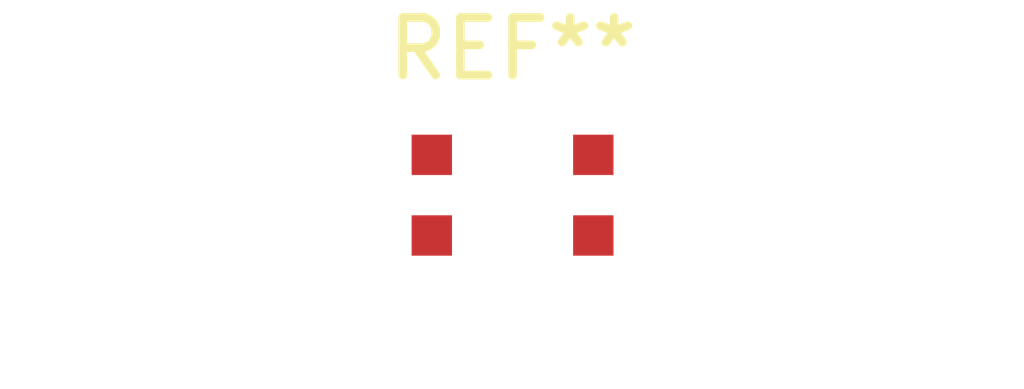
<source format=kicad_pcb>
(kicad_pcb (version 4) (host pcbnew 4.0.2-stable)

  (general
    (links 0)
    (no_connects 0)
    (area 0 0 0 0)
    (thickness 1.6)
    (drawings 0)
    (tracks 0)
    (zones 0)
    (modules 1)
    (nets 1)
  )

  (page A4)
  (layers
    (0 F.Cu signal)
    (31 B.Cu signal)
    (32 B.Adhes user)
    (33 F.Adhes user)
    (34 B.Paste user)
    (35 F.Paste user)
    (36 B.SilkS user)
    (37 F.SilkS user)
    (38 B.Mask user)
    (39 F.Mask user)
    (40 Dwgs.User user)
    (41 Cmts.User user)
    (42 Eco1.User user)
    (43 Eco2.User user)
    (44 Edge.Cuts user)
    (45 Margin user)
    (46 B.CrtYd user)
    (47 F.CrtYd user)
    (48 B.Fab user)
    (49 F.Fab user)
  )

  (setup
    (last_trace_width 0.25)
    (trace_clearance 0.2)
    (zone_clearance 0.508)
    (zone_45_only no)
    (trace_min 0.2)
    (segment_width 0.2)
    (edge_width 0.15)
    (via_size 0.6)
    (via_drill 0.4)
    (via_min_size 0.4)
    (via_min_drill 0.3)
    (uvia_size 0.3)
    (uvia_drill 0.1)
    (uvias_allowed no)
    (uvia_min_size 0.2)
    (uvia_min_drill 0.1)
    (pcb_text_width 0.3)
    (pcb_text_size 1.5 1.5)
    (mod_edge_width 0.15)
    (mod_text_size 1 1)
    (mod_text_width 0.15)
    (pad_size 1.524 1.524)
    (pad_drill 0.762)
    (pad_to_mask_clearance 0.2)
    (aux_axis_origin 0 0)
    (visible_elements FFFFFF7F)
    (pcbplotparams
      (layerselection 0x00030_80000001)
      (usegerberextensions false)
      (excludeedgelayer true)
      (linewidth 0.100000)
      (plotframeref false)
      (viasonmask false)
      (mode 1)
      (useauxorigin false)
      (hpglpennumber 1)
      (hpglpenspeed 20)
      (hpglpendiameter 15)
      (hpglpenoverlay 2)
      (psnegative false)
      (psa4output false)
      (plotreference true)
      (plotvalue true)
      (plotinvisibletext false)
      (padsonsilk false)
      (subtractmaskfromsilk false)
      (outputformat 1)
      (mirror false)
      (drillshape 1)
      (scaleselection 1)
      (outputdirectory ""))
  )

  (net 0 "")

  (net_class Default "This is the default net class."
    (clearance 0.2)
    (trace_width 0.25)
    (via_dia 0.6)
    (via_drill 0.4)
    (uvia_dia 0.3)
    (uvia_drill 0.1)
  )

  (module LEDs:LED_WS2812B-PLCC4 (layer F.Cu) (tedit 575730B3) (tstamp 57573644)
    (at 0 0)
    (descr http://www.world-semi.com/uploads/soft/150522/1-150522091P5.pdf)
    (tags "LED NeoPixel")
    (attr smd)
    (fp_text reference REF** (at 0 -2.54) (layer F.SilkS)
      (effects (font (size 1 1) (thickness 0.15)))
    )
    (fp_text value LED_CLV1L-FKB_PLCC4 (at 0 2.54) (layer F.Fab)
      (effects (font (size 1 1) (thickness 0.15)))
    )
    (fp_line (start -1.6 -0.8) (end -1 -1.4) (layer Dwgs.User) (width 0.1))
    (fp_line (start -1.6 -1.4) (end -1.6 1.4) (layer Dwgs.User) (width 0.1))
    (fp_line (start -1.6 -1.4) (end 1.6 -1.4) (layer Dwgs.User) (width 0.1))
    (fp_line (start 1.6 -1.4) (end 1.6 1.4) (layer Dwgs.User) (width 0.1))
    (fp_line (start -1.6 1.4) (end 1.6 1.4) (layer Dwgs.User) (width 0.1))
    (fp_circle (center 0 0) (end 1 0) (layer Dwgs.User) (width 0.1))
    (pad 3 smd rect (at 1.4 0.7) (size 0.7 0.7) (layers F.Cu F.Paste F.Mask))
    (pad 4 smd rect (at 1.4 -0.7) (size 0.7 0.7) (layers F.Cu F.Paste F.Mask))
    (pad 2 smd rect (at -1.4 0.7) (size 0.7 0.7) (layers F.Cu F.Paste F.Mask))
    (pad 1 smd rect (at -1.4 -0.7) (size 0.7 0.7) (layers F.Cu F.Paste F.Mask))
    (model LEDs.3dshapes/LED_WS2812B-PLCC4.wrl
      (at (xyz 0 0 0.004))
      (scale (xyz 0.385 0.385 0.385))
      (rotate (xyz 0 0 180))
    )
  )

)

</source>
